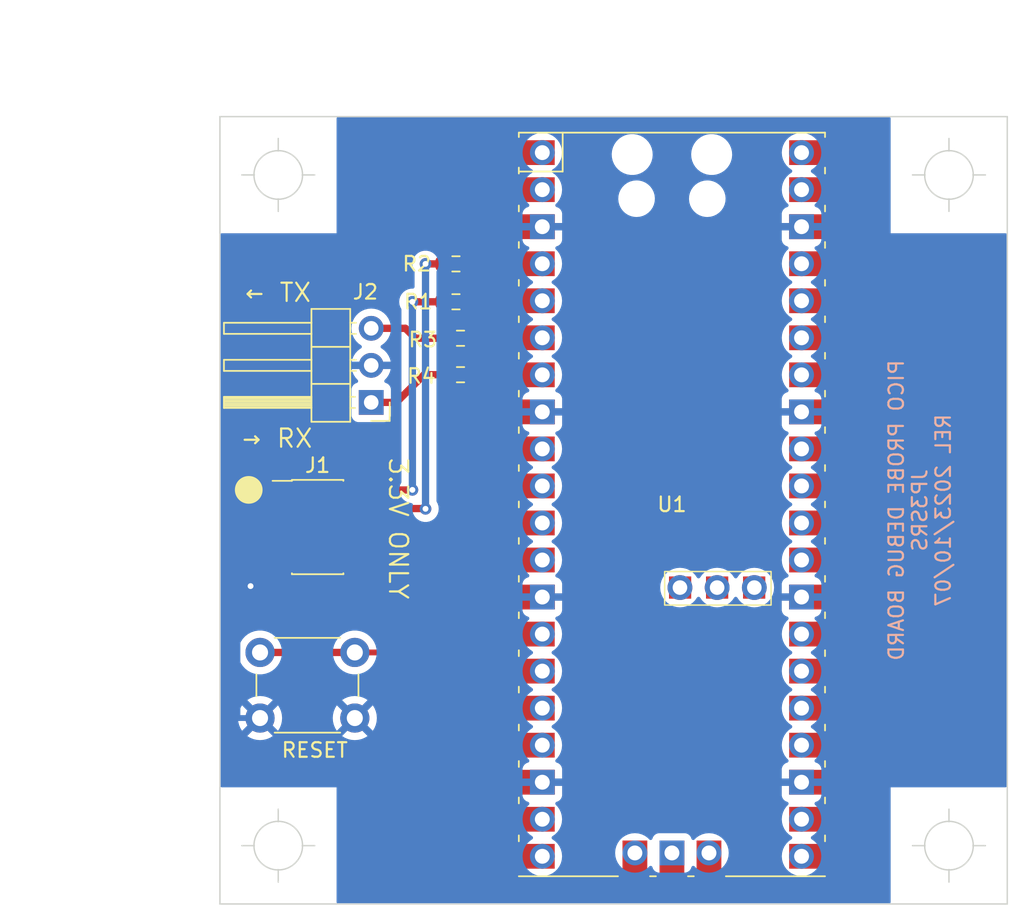
<source format=kicad_pcb>
(kicad_pcb (version 20221018) (generator pcbnew)
  (layers (0 "F.Cu" signal) (31 "B.Cu" signal) (34 "B.Paste" user) (35 "F.Paste" user) (36 "B.SilkS" user "B.Silkscreen") (37 "F.SilkS" user "F.Silkscreen") (38 "B.Mask" user) (39 "F.Mask" user) (44 "Edge.Cuts" user))
  (net 0 "")
  (net 1 "GND")
  (net 3 "/SWDIO")
  (net 4 "/SWCLK")
  (net 8 "/nRST")
  (net 9 "/TX")
  (net 10 "/RX")
  (net 11 "Net-(U1-GPIO3)")
  (net 12 "Net-(U1-GPIO2)")
  (net 13 "Net-(U1-GPIO4)")
  (net 14 "Net-(U1-GPIO5)")
  (footprint "MountingHole:MountingHole_3.2mm_M3" (layer "F.Cu") (at 73 59)
    (fp_text reference "H2" hide)
    (fp_text value "MountingHole")
    (pad "" np_thru_hole circle (at 0 0) (size 3.2 3.2) (drill 3.2) (layers "*.Cu" "*.Mask"))
  )
  (footprint "Connector_PinHeader_2.54mm:PinHeader_1x03_P2.54mm_Horizontal" (layer "F.Cu") (at 79.375 74.6 180)
    (fp_text reference "J2" (at 0.4 7.575) (layer "F.SilkS"))
    (fp_text value "Conn_01x03_Pin")
    (fp_line (start -1.27 -1.27) (end 0 -1.27) (stroke (width 0.12)) (layer "F.SilkS"))
    (fp_line (start -1.27 0) (end -1.27 -1.27) (stroke (width 0.12)) (layer "F.SilkS"))
    (fp_line (start 1.042929 2.16) (end 1.44 2.16) (stroke (width 0.12)) (layer "F.SilkS"))
    (fp_line (start 1.042929 2.92) (end 1.44 2.92) (stroke (width 0.12)) (layer "F.SilkS"))
    (fp_line (start 1.042929 4.7) (end 1.44 4.7) (stroke (width 0.12)) (layer "F.SilkS"))
    (fp_line (start 1.042929 5.46) (end 1.44 5.46) (stroke (width 0.12)) (layer "F.SilkS"))
    (fp_line (start 1.11 -0.38) (end 1.44 -0.38) (stroke (width 0.12)) (layer "F.SilkS"))
    (fp_line (start 1.11 0.38) (end 1.44 0.38) (stroke (width 0.12)) (layer "F.SilkS"))
    (fp_line (start 1.44 -1.33) (end 1.44 6.41) (stroke (width 0.12)) (layer "F.SilkS"))
    (fp_line (start 1.44 1.27) (end 4.1 1.27) (stroke (width 0.12)) (layer "F.SilkS"))
    (fp_line (start 1.44 3.81) (end 4.1 3.81) (stroke (width 0.12)) (layer "F.SilkS"))
    (fp_line (start 1.44 6.41) (end 4.1 6.41) (stroke (width 0.12)) (layer "F.SilkS"))
    (fp_line (start 4.1 -1.33) (end 1.44 -1.33) (stroke (width 0.12)) (layer "F.SilkS"))
    (fp_line (start 4.1 -0.38) (end 10.1 -0.38) (stroke (width 0.12)) (layer "F.SilkS"))
    (fp_line (start 4.1 -0.32) (end 10.1 -0.32) (stroke (width 0.12)) (layer "F.SilkS"))
    (fp_line (start 4.1 -0.2) (end 10.1 -0.2) (stroke (width 0.12)) (layer "F.SilkS"))
    (fp_line (start 4.1 -0.08) (end 10.1 -0.08) (stroke (width 0.12)) (layer "F.SilkS"))
    (fp_line (start 4.1 0.04) (end 10.1 0.04) (stroke (width 0.12)) (layer "F.SilkS"))
    (fp_line (start 4.1 0.16) (end 10.1 0.16) (stroke (width 0.12)) (layer "F.SilkS"))
    (fp_line (start 4.1 0.28) (end 10.1 0.28) (stroke (width 0.12)) (layer "F.SilkS"))
    (fp_line (start 4.1 2.16) (end 10.1 2.16) (stroke (width 0.12)) (layer "F.SilkS"))
    (fp_line (start 4.1 4.7) (end 10.1 4.7) (stroke (width 0.12)) (layer "F.SilkS"))
    (fp_line (start 4.1 6.41) (end 4.1 -1.33) (stroke (width 0.12)) (layer "F.SilkS"))
    (fp_line (start 10.1 -0.38) (end 10.1 0.38) (stroke (width 0.12)) (layer "F.SilkS"))
    (fp_line (start 10.1 0.38) (end 4.1 0.38) (stroke (width 0.12)) (layer "F.SilkS"))
    (fp_line (start 10.1 2.16) (end 10.1 2.92) (stroke (width 0.12)) (layer "F.SilkS"))
    (fp_line (start 10.1 2.92) (end 4.1 2.92) (stroke (width 0.12)) (layer "F.SilkS"))
    (fp_line (start 10.1 4.7) (end 10.1 5.46) (stroke (width 0.12)) (layer "F.SilkS"))
    (fp_line (start 10.1 5.46) (end 4.1 5.46) (stroke (width 0.12)) (layer "F.SilkS"))
    (pad "1" thru_hole rect (at 0 0 180) (size 1.7 1.7) (drill 1) (layers "*.Cu" "*.Mask") (net 10 "/RX"))
    (pad "2" thru_hole oval (at 0 2.54 180) (size 1.7 1.7) (drill 1) (layers "*.Cu" "*.Mask") (net 1 "GND"))
    (pad "3" thru_hole oval (at 0 5.08 180) (size 1.7 1.7) (drill 1) (layers "*.Cu" "*.Mask") (net 9 "/TX"))
  )
  (footprint "Resistor_SMD:R_0603_1608Metric_Pad0.98x0.95mm_HandSolder" (layer "F.Cu") (at 85.5 72.7)
    (fp_text reference "R4" (at -2.6875 0.1) (layer "F.SilkS"))
    (fp_text value "10")
    (fp_line (start -0.254724 -0.5225) (end 0.254724 -0.5225) (stroke (width 0.12)) (layer "F.SilkS"))
    (fp_line (start -0.254724 0.5225) (end 0.254724 0.5225) (stroke (width 0.12)) (layer "F.SilkS"))
    (pad "1" smd roundrect (at -0.9125 0) (size 0.975 0.95) (layers "F.Cu" "F.Paste" "F.Mask") (net 10 "/RX"))
    (pad "2" smd roundrect (at 0.9125 0) (size 0.975 0.95) (layers "F.Cu" "F.Paste" "F.Mask") (net 14 "Net-(U1-GPIO5)"))
  )
  (footprint "Resistor_SMD:R_0603_1608Metric_Pad0.98x0.95mm_HandSolder" (layer "F.Cu") (at 85.5 70.2)
    (fp_text reference "R3" (at -2.5875 0.1) (layer "F.SilkS"))
    (fp_text value "10")
    (fp_line (start -0.254724 -0.5225) (end 0.254724 -0.5225) (stroke (width 0.12)) (layer "F.SilkS"))
    (fp_line (start -0.254724 0.5225) (end 0.254724 0.5225) (stroke (width 0.12)) (layer "F.SilkS"))
    (pad "1" smd roundrect (at -0.9125 0) (size 0.975 0.95) (layers "F.Cu" "F.Paste" "F.Mask") (net 9 "/TX"))
    (pad "2" smd roundrect (at 0.9125 0) (size 0.975 0.95) (layers "F.Cu" "F.Paste" "F.Mask") (net 13 "Net-(U1-GPIO4)"))
  )
  (footprint "Connector_PinHeader_1.27mm:PinHeader_2x05_P1.27mm_Vertical_SMD" (layer "F.Cu") (at 75.7 83.15)
    (fp_text reference "J1" (at 0 -4.235) (layer "F.SilkS"))
    (fp_text value "9-pin Cortex-M")
    (fp_line (start -3.09 -3.17) (end -1.765 -3.17) (stroke (width 0.12)) (layer "F.SilkS"))
    (fp_line (start -1.765 -3.235) (end -1.765 -3.17) (stroke (width 0.12)) (layer "F.SilkS"))
    (fp_line (start -1.765 -3.235) (end 1.765 -3.235) (stroke (width 0.12)) (layer "F.SilkS"))
    (fp_line (start -1.765 3.17) (end -1.765 3.235) (stroke (width 0.12)) (layer "F.SilkS"))
    (fp_line (start -1.765 3.235) (end 1.765 3.235) (stroke (width 0.12)) (layer "F.SilkS"))
    (fp_line (start 1.765 -3.235) (end 1.765 -3.17) (stroke (width 0.12)) (layer "F.SilkS"))
    (fp_line (start 1.765 3.17) (end 1.765 3.235) (stroke (width 0.12)) (layer "F.SilkS"))
    (pad "1" smd rect (at -1.95 -2.54) (size 2.4 0.74) (layers "F.Cu" "F.Paste" "F.Mask"))
    (pad "2" smd rect (at 1.95 -2.54) (size 2.4 0.74) (layers "F.Cu" "F.Paste" "F.Mask") (net 3 "/SWDIO"))
    (pad "3" smd rect (at -1.95 -1.27) (size 2.4 0.74) (layers "F.Cu" "F.Paste" "F.Mask") (net 1 "GND"))
    (pad "4" smd rect (at 1.95 -1.27) (size 2.4 0.74) (layers "F.Cu" "F.Paste" "F.Mask") (net 4 "/SWCLK"))
    (pad "5" smd rect (at -1.95 0) (size 2.4 0.74) (layers "F.Cu" "F.Paste" "F.Mask") (net 1 "GND"))
    (pad "6" smd rect (at 1.95 0) (size 2.4 0.74) (layers "F.Cu" "F.Paste" "F.Mask"))
    (pad "7" smd rect (at -1.95 1.27) (size 2.4 0.74) (layers "F.Cu" "F.Paste" "F.Mask"))
    (pad "8" smd rect (at 1.95 1.27) (size 2.4 0.74) (layers "F.Cu" "F.Paste" "F.Mask"))
    (pad "9" smd rect (at -1.95 2.54) (size 2.4 0.74) (layers "F.Cu" "F.Paste" "F.Mask") (net 1 "GND"))
    (pad "10" smd rect (at 1.95 2.54) (size 2.4 0.74) (layers "F.Cu" "F.Paste" "F.Mask") (net 8 "/nRST"))
  )
  (footprint "_LocalLibraries:RPi_Pico_SMD_TH" (layer "F.Cu") (at 100 81.6)
    (fp_text reference "U1" (at 0 0) (layer "F.SilkS"))
    (fp_text value "Pico")
    (fp_line (start -10.5 -25.5) (end -10.5 -25.2) (stroke (width 0.12)) (layer "F.SilkS"))
    (fp_line (start -10.5 -25.5) (end 10.5 -25.5) (stroke (width 0.12)) (layer "F.SilkS"))
    (fp_line (start -10.5 -23.1) (end -10.5 -22.7) (stroke (width 0.12)) (layer "F.SilkS"))
    (fp_line (start -10.5 -22.833) (end -7.493 -22.833) (stroke (width 0.12)) (layer "F.SilkS"))
    (fp_line (start -10.5 -20.5) (end -10.5 -20.1) (stroke (width 0.12)) (layer "F.SilkS"))
    (fp_line (start -10.5 -18) (end -10.5 -17.6) (stroke (width 0.12)) (layer "F.SilkS"))
    (fp_line (start -10.5 -15.4) (end -10.5 -15) (stroke (width 0.12)) (layer "F.SilkS"))
    (fp_line (start -10.5 -12.9) (end -10.5 -12.5) (stroke (width 0.12)) (layer "F.SilkS"))
    (fp_line (start -10.5 -10.4) (end -10.5 -10) (stroke (width 0.12)) (layer "F.SilkS"))
    (fp_line (start -10.5 -7.8) (end -10.5 -7.4) (stroke (width 0.12)) (layer "F.SilkS"))
    (fp_line (start -10.5 -5.3) (end -10.5 -4.9) (stroke (width 0.12)) (layer "F.SilkS"))
    (fp_line (start -10.5 -2.7) (end -10.5 -2.3) (stroke (width 0.12)) (layer "F.SilkS"))
    (fp_line (start -10.5 -0.2) (end -10.5 0.2) (stroke (width 0.12)) (layer "F.SilkS"))
    (fp_line (start -10.5 2.3) (end -10.5 2.7) (stroke (width 0.12)) (layer "F.SilkS"))
    (fp_line (start -10.5 4.9) (end -10.5 5.3) (stroke (width 0.12)) (layer "F.SilkS"))
    (fp_line (start -10.5 7.4) (end -10.5 7.8) (stroke (width 0.12)) (layer "F.SilkS"))
    (fp_line (start -10.5 10) (end -10.5 10.4) (stroke (width 0.12)) (layer "F.SilkS"))
    (fp_line (start -10.5 12.5) (end -10.5 12.9) (stroke (width 0.12)) (layer "F.SilkS"))
    (fp_line (start -10.5 15.1) (end -10.5 15.5) (stroke (width 0.12)) (layer "F.SilkS"))
    (fp_line (start -10.5 17.6) (end -10.5 18) (stroke (width 0.12)) (layer "F.SilkS"))
    (fp_line (start -10.5 20.1) (end -10.5 20.5) (stroke (width 0.12)) (layer "F.SilkS"))
    (fp_line (start -10.5 22.7) (end -10.5 23.1) (stroke (width 0.12)) (layer "F.SilkS"))
    (fp_line (start -7.493 -22.833) (end -7.493 -25.5) (stroke (width 0.12)) (layer "F.SilkS"))
    (fp_line (start -3.7 25.5) (end -10.5 25.5) (stroke (width 0.12)) (layer "F.SilkS"))
    (fp_line (start -1.5 25.5) (end -1.1 25.5) (stroke (width 0.12)) (layer "F.SilkS"))
    (fp_line (start 1.1 25.5) (end 1.5 25.5) (stroke (width 0.12)) (layer "F.SilkS"))
    (fp_line (start 10.5 -25.5) (end 10.5 -25.2) (stroke (width 0.12)) (layer "F.SilkS"))
    (fp_line (start 10.5 -23.1) (end 10.5 -22.7) (stroke (width 0.12)) (layer "F.SilkS"))
    (fp_line (start 10.5 -20.5) (end 10.5 -20.1) (stroke (width 0.12)) (layer "F.SilkS"))
    (fp_line (start 10.5 -18) (end 10.5 -17.6) (stroke (width 0.12)) (layer "F.SilkS"))
    (fp_line (start 10.5 -15.4) (end 10.5 -15) (stroke (width 0.12)) (layer "F.SilkS"))
    (fp_line (start 10.5 -12.9) (end 10.5 -12.5) (stroke (width 0.12)) (layer "F.SilkS"))
    (fp_line (start 10.5 -10.4) (end 10.5 -10) (stroke (width 0.12)) (layer "F.SilkS"))
    (fp_line (start 10.5 -7.8) (end 10.5 -7.4) (stroke (width 0.12)) (layer "F.SilkS"))
    (fp_line (start 10.5 -5.3) (end 10.5 -4.9) (stroke (width 0.12)) (layer "F.SilkS"))
    (fp_line (start 10.5 -2.7) (end 10.5 -2.3) (stroke (width 0.12)) (layer "F.SilkS"))
    (fp_line (start 10.5 -0.2) (end 10.5 0.2) (stroke (width 0.12)) (layer "F.SilkS"))
    (fp_line (start 10.5 2.3) (end 10.5 2.7) (stroke (width 0.12)) (layer "F.SilkS"))
    (fp_line (start 10.5 4.9) (end 10.5 5.3) (stroke (width 0.12)) (layer "F.SilkS"))
    (fp_line (start 10.5 7.4) (end 10.5 7.8) (stroke (width 0.12)) (layer "F.SilkS"))
    (fp_line (start 10.5 10) (end 10.5 10.4) (stroke (width 0.12)) (layer "F.SilkS"))
    (fp_line (start 10.5 12.5) (end 10.5 12.9) (stroke (width 0.12)) (layer "F.SilkS"))
    (fp_line (start 10.5 15.1) (end 10.5 15.5) (stroke (width 0.12)) (layer "F.SilkS"))
    (fp_line (start 10.5 17.6) (end 10.5 18) (stroke (width 0.12)) (layer "F.SilkS"))
    (fp_line (start 10.5 20.1) (end 10.5 20.5) (stroke (width 0.12)) (layer "F.SilkS"))
    (fp_line (start 10.5 22.7) (end 10.5 23.1) (stroke (width 0.12)) (layer "F.SilkS"))
    (fp_line (start 10.5 25.5) (end 3.7 25.5) (stroke (width 0.12)) (layer "F.SilkS"))
    (fp_rect (start -0.5 4.6) (end 6.8 6.9) (stroke (width 0.1)) (fill none) (layer "F.SilkS"))
    (pad "" np_thru_hole oval (at -2.725 -24) (size 1.8 1.8) (drill 1.8) (layers "*.Cu" "*.Mask"))
    (pad "" np_thru_hole oval (at -2.425 -20.97) (size 1.5 1.5) (drill 1.5) (layers "*.Cu" "*.Mask"))
    (pad "" np_thru_hole oval (at 2.425 -20.97) (size 1.5 1.5) (drill 1.5) (layers "*.Cu" "*.Mask"))
    (pad "" np_thru_hole oval (at 2.725 -24) (size 1.8 1.8) (drill 1.8) (layers "*.Cu" "*.Mask"))
    (pad "1" thru_hole oval (at -8.89 -24.13) (size 1.7 1.7) (drill 1.02) (layers "*.Cu" "*.Mask"))
    (pad "1" smd rect (at -8.89 -24.13) (size 3.5 1.7) (drill (offset -0.9 0)) (layers "F.Cu" "F.Mask"))
    (pad "2" thru_hole oval (at -8.89 -21.59) (size 1.7 1.7) (drill 1.02) (layers "*.Cu" "*.Mask"))
    (pad "2" smd rect (at -8.89 -21.59) (size 3.5 1.7) (drill (offset -0.9 0)) (layers "F.Cu" "F.Mask"))
    (pad "3" thru_hole rect (at -8.89 -19.05) (size 1.7 1.7) (drill 1.02) (layers "*.Cu" "*.Mask") (net 1 "GND"))
    (pad "3" smd rect (at -8.89 -19.05) (size 3.5 1.7) (drill (offset -0.9 0)) (layers "F.Cu" "F.Mask") (net 1 "GND"))
    (pad "4" thru_hole oval (at -8.89 -16.51) (size 1.7 1.7) (drill 1.02) (layers "*.Cu" "*.Mask") (net 12 "Net-(U1-GPIO2)"))
    (pad "4" smd rect (at -8.89 -16.51) (size 3.5 1.7) (drill (offset -0.9 0)) (layers "F.Cu" "F.Mask") (net 12 "Net-(U1-GPIO2)"))
    (pad "5" thru_hole oval (at -8.89 -13.97) (size 1.7 1.7) (drill 1.02) (layers "*.Cu" "*.Mask") (net 11 "Net-(U1-GPIO3)"))
    (pad "5" smd rect (at -8.89 -13.97) (size 3.5 1.7) (drill (offset -0.9 0)) (layers "F.Cu" "F.Mask") (net 11 "Net-(U1-GPIO3)"))
    (pad "6" thru_hole oval (at -8.89 -11.43) (size 1.7 1.7) (drill 1.02) (layers "*.Cu" "*.Mask") (net 13 "Net-(U1-GPIO4)"))
    (pad "6" smd rect (at -8.89 -11.43) (size 3.5 1.7) (drill (offset -0.9 0)) (layers "F.Cu" "F.Mask") (net 13 "Net-(U1-GPIO4)"))
    (pad "7" thru_hole oval (at -8.89 -8.89) (size 1.7 1.7) (drill 1.02) (layers "*.Cu" "*.Mask") (net 14 "Net-(U1-GPIO5)"))
    (pad "7" smd rect (at -8.89 -8.89) (size 3.5 1.7) (drill (offset -0.9 0)) (layers "F.Cu" "F.Mask") (net 14 "Net-(U1-GPIO5)"))
    (pad "8" thru_hole rect (at -8.89 -6.35) (size 1.7 1.7) (drill 1.02) (layers "*.Cu" "*.Mask") (net 1 "GND"))
    (pad "8" smd rect (at -8.89 -6.35) (size 3.5 1.7) (drill (offset -0.9 0)) (layers "F.Cu" "F.Mask") (net 1 "GND"))
    (pad "9" thru_hole oval (at -8.89 -3.81) (size 1.7 1.7) (drill 1.02) (layers "*.Cu" "*.Mask"))
    (pad "9" smd rect (at -8.89 -3.81) (size 3.5 1.7) (drill (offset -0.9 0)) (layers "F.Cu" "F.Mask"))
    (pad "10" thru_hole oval (at -8.89 -1.27) (size 1.7 1.7) (drill 1.02) (layers "*.Cu" "*.Mask"))
    (pad "10" smd rect (at -8.89 -1.27) (size 3.5 1.7) (drill (offset -0.9 0)) (layers "F.Cu" "F.Mask"))
    (pad "11" thru_hole oval (at -8.89 1.27) (size 1.7 1.7) (drill 1.02) (layers "*.Cu" "*.Mask"))
    (pad "11" smd rect (at -8.89 1.27) (size 3.5 1.7) (drill (offset -0.9 0)) (layers "F.Cu" "F.Mask"))
    (pad "12" thru_hole oval (at -8.89 3.81) (size 1.7 1.7) (drill 1.02) (layers "*.Cu" "*.Mask"))
    (pad "12" smd rect (at -8.89 3.81) (size 3.5 1.7) (drill (offset -0.9 0)) (layers "F.Cu" "F.Mask"))
    (pad "13" thru_hole rect (at -8.89 6.35) (size 1.7 1.7) (drill 1.02) (layers "*.Cu" "*.Mask") (net 1 "GND"))
    (pad "13" smd rect (at -8.89 6.35) (size 3.5 1.7) (drill (offset -0.9 0)) (layers "F.Cu" "F.Mask") (net 1 "GND"))
    (pad "14" thru_hole oval (at -8.89 8.89) (size 1.7 1.7) (drill 1.02) (layers "*.Cu" "*.Mask"))
    (pad "14" smd rect (at -8.89 8.89) (size 3.5 1.7) (drill (offset -0.9 0)) (layers "F.Cu" "F.Mask"))
    (pad "15" thru_hole oval (at -8.89 11.43) (size 1.7 1.7) (drill 1.02) (layers "*.Cu" "*.Mask"))
    (pad "15" smd rect (at -8.89 11.43) (size 3.5 1.7) (drill (offset -0.9 0)) (layers "F.Cu" "F.Mask"))
    (pad "16" thru_hole oval (at -8.89 13.97) (size 1.7 1.7) (drill 1.02) (layers "*.Cu" "*.Mask"))
    (pad "16" smd rect (at -8.89 13.97) (size 3.5 1.7) (drill (offset -0.9 0)) (layers "F.Cu" "F.Mask"))
    (pad "17" thru_hole oval (at -8.89 16.51) (size 1.7 1.7) (drill 1.02) (layers "*.Cu" "*.Mask"))
    (pad "17" smd rect (at -8.89 16.51) (size 3.5 1.7) (drill (offset -0.9 0)) (layers "F.Cu" "F.Mask"))
    (pad "18" thru_hole rect (at -8.89 19.05) (size 1.7 1.7) (drill 1.02) (layers "*.Cu" "*.Mask") (net 1 "GND"))
    (pad "18" smd rect (at -8.89 19.05) (size 3.5 1.7) (drill (offset -0.9 0)) (layers "F.Cu" "F.Mask") (net 1 "GND"))
    (pad "19" thru_hole oval (at -8.89 21.59) (size 1.7 1.7) (drill 1.02) (layers "*.Cu" "*.Mask"))
    (pad "19" smd rect (at -8.89 21.59) (size 3.5 1.7) (drill (offset -0.9 0)) (layers "F.Cu" "F.Mask"))
    (pad "20" thru_hole oval (at -8.89 24.13) (size 1.7 1.7) (drill 1.02) (layers "*.Cu" "*.Mask"))
    (pad "20" smd rect (at -8.89 24.13) (size 3.5 1.7) (drill (offset -0.9 0)) (layers "F.Cu" "F.Mask"))
    (pad "21" thru_hole oval (at 8.89 24.13) (size 1.7 1.7) (drill 1.02) (layers "*.Cu" "*.Mask"))
    (pad "21" smd rect (at 8.89 24.13) (size 3.5 1.7) (drill (offset 0.9 0)) (layers "F.Cu" "F.Mask"))
    (pad "22" thru_hole oval (at 8.89 21.59) (size 1.7 1.7) (drill 1.02) (layers "*.Cu" "*.Mask"))
    (pad "22" smd rect (at 8.89 21.59) (size 3.5 1.7) (drill (offset 0.9 0)) (layers "F.Cu" "F.Mask"))
    (pad "23" thru_hole rect (at 8.89 19.05) (size 1.7 1.7) (drill 1.02) (layers "*.Cu" "*.Mask") (net 1 "GND"))
    (pad "23" smd rect (at 8.89 19.05) (size 3.5 1.7) (drill (offset 0.9 0)) (layers "F.Cu" "F.Mask") (net 1 "GND"))
    (pad "24" thru_hole oval (at 8.89 16.51) (size 1.7 1.7) (drill 1.02) (layers "*.Cu" "*.Mask"))
    (pad "24" smd rect (at 8.89 16.51) (size 3.5 1.7) (drill (offset 0.9 0)) (layers "F.Cu" "F.Mask"))
    (pad "25" thru_hole oval (at 8.89 13.97) (size 1.7 1.7) (drill 1.02) (layers "*.Cu" "*.Mask"))
    (pad "25" smd rect (at 8.89 13.97) (size 3.5 1.7) (drill (offset 0.9 0)) (layers "F.Cu" "F.Mask"))
    (pad "26" thru_hole oval (at 8.89 11.43) (size 1.7 1.7) (drill 1.02) (layers "*.Cu" "*.Mask"))
    (pad "26" smd rect (at 8.89 11.43) (size 3.5 1.7) (drill (offset 0.9 0)) (layers "F.Cu" "F.Mask"))
    (pad "27" thru_hole oval (at 8.89 8.89) (size 1.7 1.7) (drill 1.02) (layers "*.Cu" "*.Mask"))
    (pad "27" smd rect (at 8.89 8.89) (size 3.5 1.7) (drill (offset 0.9 0)) (layers "F.Cu" "F.Mask"))
    (pad "28" thru_hole rect (at 8.89 6.35) (size 1.7 1.7) (drill 1.02) (layers "*.Cu" "*.Mask") (net 1 "GND"))
    (pad "28" smd rect (at 8.89 6.35) (size 3.5 1.7) (drill (offset 0.9 0)) (layers "F.Cu" "F.Mask") (net 1 "GND"))
    (pad "29" thru_hole oval (at 8.89 3.81) (size 1.7 1.7) (drill 1.02) (layers "*.Cu" "*.Mask"))
    (pad "29" smd rect (at 8.89 3.81) (size 3.5 1.7) (drill (offset 0.9 0)) (layers "F.Cu" "F.Mask"))
    (pad "30" thru_hole oval (at 8.89 1.27) (size 1.7 1.7) (drill 1.02) (layers "*.Cu" "*.Mask"))
    (pad "30" smd rect (at 8.89 1.27) (size 3.5 1.7) (drill (offset 0.9 0)) (layers "F.Cu" "F.Mask"))
    (pad "31" thru_hole oval (at 8.89 -1.27) (size 1.7 1.7) (drill 1.02) (layers "*.Cu" "*.Mask"))
    (pad "31" smd rect (at 8.89 -1.27) (size 3.5 1.7) (drill (offset 0.9 0)) (layers "F.Cu" "F.Mask"))
    (pad "32" thru_hole oval (at 8.89 -3.81) (size 1.7 1.7) (drill 1.02) (layers "*.Cu" "*.Mask"))
    (pad "32" smd rect (at 8.89 -3.81) (size 3.5 1.7) (drill (offset 0.9 0)) (layers "F.Cu" "F.Mask"))
    (pad "33" thru_hole rect (at 8.89 -6.35) (size 1.7 1.7) (drill 1.02) (layers "*.Cu" "*.Mask") (net 1 "GND"))
    (pad "33" smd rect (at 8.89 -6.35) (size 3.5 1.7) (drill (offset 0.9 0)) (layers "F.Cu" "F.Mask") (net 1 "GND"))
    (pad "34" thru_hole oval (at 8.89 -8.89) (size 1.7 1.7) (drill 1.02) (layers "*.Cu" "*.Mask"))
    (pad "34" smd rect (at 8.89 -8.89) (size 3.5 1.7) (drill (offset 0.9 0)) (layers "F.Cu" "F.Mask"))
    (pad "35" thru_hole oval (at 8.89 -11.43) (size 1.7 1.7) (drill 1.02) (layers "*.Cu" "*.Mask"))
    (pad "35" smd rect (at 8.89 -11.43) (size 3.5 1.7) (drill (offset 0.9 0)) (layers "F.Cu" "F.Mask"))
    (pad "36" thru_hole oval (at 8.89 -13.97) (size 1.7 1.7) (drill 1.02) (layers "*.Cu" "*.Mask"))
    (pad "36" smd rect (at 8.89 -13.97) (size 3.5 1.7) (drill (offset 0.9 0)) (layers "F.Cu" "F.Mask"))
    (pad "37" thru_hole oval (at 8.89 -16.51) (size 1.7 1.7) (drill 1.02) (layers "*.Cu" "*.Mask"))
    (pad "37" smd rect (at 8.89 -16.51) (size 3.5 1.7) (drill (offset 0.9 0)) (layers "F.Cu" "F.Mask"))
    (pad "38" thru_hole rect (at 8.89 -19.05) (size 1.7 1.7) (drill 1.02) (layers "*.Cu" "*.Mask") (net 1 "GND"))
    (pad "38" smd rect (at 8.89 -19.05) (size 3.5 1.7) (drill (offset 0.9 0)) (layers "F.Cu" "F.Mask") (net 1 "GND"))
    (pad "39" thru_hole oval (at 8.89 -21.59) (size 1.7 1.7) (drill 1.02) (layers "*.Cu" "*.Mask"))
    (pad "39" smd rect (at 8.89 -21.59) (size 3.5 1.7) (drill (offset 0.9 0)) (layers "F.Cu" "F.Mask"))
    (pad "40" thru_hole oval (at 8.89 -24.13) (size 1.7 1.7) (drill 1.02) (layers "*.Cu" "*.Mask"))
    (pad "40" smd rect (at 8.89 -24.13) (size 3.5 1.7) (drill (offset 0.9 0)) (layers "F.Cu" "F.Mask"))
    (pad "41" thru_hole oval (at -2.54 23.9) (size 1.7 1.7) (drill 1.02) (layers "*.Cu" "*.Mask"))
    (pad "41" smd rect (at -2.54 23.9 90) (size 3.5 1.7) (drill (offset -0.9 0)) (layers "F.Cu" "F.Mask"))
    (pad "41" thru_hole circle (at 0.55 5.7) (size 1.7 1.7) (drill 1) (layers "*.Cu" "*.Mask"))
    (pad "41" smd rect (at 0.56 5.7) (size 1.524 1.524) (layers "F.Cu" "F.Paste" "F.Mask"))
    (pad "42" thru_hole rect (at 0 23.9) (size 1.7 1.7) (drill 1.02) (layers "*.Cu" "*.Mask"))
    (pad "42" smd rect (at 0 23.9 90) (size 3.5 1.7) (drill (offset -0.9 0)) (layers "F.Cu" "F.Mask"))
    (pad "42" smd trapezoid (at 3.1 5.7) (size 1.524 1.524) (layers "F.Cu" "F.Paste" "F.Mask"))
    (pad "42" thru_hole circle (at 3.1 5.7) (size 1.7 1.7) (drill 1) (layers "*.Cu" "*.Mask"))
    (pad "43" thru_hole oval (at 2.54 23.9) (size 1.7 1.7) (drill 1.02) (layers "*.Cu" "*.Mask"))
    (pad "43" smd rect (at 2.54 23.9 90) (size 3.5 1.7) (drill (offset -0.9 0)) (layers "F.Cu" "F.Mask"))
    (pad "43" smd rect (at 5.64 5.7) (size 1.524 1.524) (layers "F.Cu" "F.Paste" "F.Mask"))
    (pad "43" thru_hole circle (at 5.65 5.7) (size 1.7 1.7) (drill 1) (layers "*.Cu" "*.Mask"))
  )
  (footprint "Resistor_SMD:R_0603_1608Metric_Pad0.98x0.95mm_HandSolder" (layer "F.Cu") (at 85.1875 67.7)
    (fp_text reference "R1" (at -2.5875 0) (layer "F.SilkS"))
    (fp_text value "10")
    (fp_line (start -0.254724 -0.5225) (end 0.254724 -0.5225) (stroke (width 0.12)) (layer "F.SilkS"))
    (fp_line (start -0.254724 0.5225) (end 0.254724 0.5225) (stroke (width 0.12)) (layer "F.SilkS"))
    (pad "1" smd roundrect (at -0.9125 0) (size 0.975 0.95) (layers "F.Cu" "F.Paste" "F.Mask") (net 3 "/SWDIO"))
    (pad "2" smd roundrect (at 0.9125 0) (size 0.975 0.95) (layers "F.Cu" "F.Paste" "F.Mask") (net 11 "Net-(U1-GPIO3)"))
  )
  (footprint "Button_Switch_THT:SW_PUSH_6mm" (layer "F.Cu") (at 71.75 91.75)
    (fp_text reference "SW1" hide)
    (fp_text value "RESET" (at 3.75 6.7) (layer "F.SilkS"))
    (fp_line (start -0.25 1.5) (end -0.25 3) (stroke (width 0.12)) (layer "F.SilkS"))
    (fp_line (start 1 5.5) (end 5.5 5.5) (stroke (width 0.12)) (layer "F.SilkS"))
    (fp_line (start 5.5 -1) (end 1 -1) (stroke (width 0.12)) (layer "F.SilkS"))
    (fp_line (start 6.75 3) (end 6.75 1.5) (stroke (width 0.12)) (layer "F.SilkS"))
    (pad "1" thru_hole circle (at 0 0 90) (size 2 2) (drill 1.1) (layers "*.Cu" "*.Mask") (net 8 "/nRST"))
    (pad "1" thru_hole circle (at 6.5 0 90) (size 2 2) (drill 1.1) (layers "*.Cu" "*.Mask") (net 8 "/nRST"))
    (pad "2" thru_hole circle (at 0 4.5 90) (size 2 2) (drill 1.1) (layers "*.Cu" "*.Mask") (net 1 "GND"))
    (pad "2" thru_hole circle (at 6.5 4.5 90) (size 2 2) (drill 1.1) (layers "*.Cu" "*.Mask") (net 1 "GND"))
  )
  (footprint "MountingHole:MountingHole_3.2mm_M3" (layer "F.Cu") (at 119 105)
    (fp_text reference "H4" hide)
    (fp_text value "MountingHole")
    (pad "" np_thru_hole circle (at 0 0) (size 3.2 3.2) (drill 3.2) (layers "*.Cu" "*.Mask"))
  )
  (footprint "Resistor_SMD:R_0603_1608Metric_Pad0.98x0.95mm_HandSolder" (layer "F.Cu") (at 85.1875 65.1)
    (fp_text reference "R2" (at -2.6875 0) (layer "F.SilkS"))
    (fp_text value "10")
    (fp_line (start -0.254724 -0.5225) (end 0.254724 -0.5225) (stroke (width 0.12)) (layer "F.SilkS"))
    (fp_line (start -0.254724 0.5225) (end 0.254724 0.5225) (stroke (width 0.12)) (layer "F.SilkS"))
    (pad "1" smd roundrect (at -0.9125 0) (size 0.975 0.95) (layers "F.Cu" "F.Paste" "F.Mask") (net 4 "/SWCLK"))
    (pad "2" smd roundrect (at 0.9125 0) (size 0.975 0.95) (layers "F.Cu" "F.Paste" "F.Mask") (net 12 "Net-(U1-GPIO2)"))
  )
  (footprint "MountingHole:MountingHole_3.2mm_M3" (layer "F.Cu") (at 119 59)
    (fp_text reference "H1" hide)
    (fp_text value "MountingHole")
    (pad "" np_thru_hole circle (at 0 0) (size 3.2 3.2) (drill 3.2) (layers "*.Cu" "*.Mask"))
  )
  (footprint "MountingHole:MountingHole_3.2mm_M3" (layer "F.Cu") (at 73 105)
    (fp_text reference "H3" hide)
    (fp_text value "MountingHole")
    (pad "" np_thru_hole circle (at 0 0) (size 3.2 3.2) (drill 3.2) (layers "*.Cu" "*.Mask"))
  )
  (gr_circle (center 70.975 80.6) (end 71.85 80.6) (stroke (width 0.15)) (fill solid) (layer "F.SilkS"))
  (gr_line (start 123 55) (end 69 55) (stroke (width 0.1)) (layer "Edge.Cuts"))
  (gr_line (start 69 109) (end 123 109) (stroke (width 0.1)) (layer "Edge.Cuts"))
  (gr_line (start 69 55) (end 69 109) (stroke (width 0.1)) (layer "Edge.Cuts"))
  (gr_line (start 123 109) (end 123 55) (stroke (width 0.1)) (layer "Edge.Cuts"))
  (gr_text "PICO PROBE DEBUG BOARD\nJP3SRS\nREL 2023/10/07\n" (at 117 82 90) (layer "B.SilkS") (effects (font (size 1 1)) (justify mirror)))
  (gr_text "→ RX" (at 70.3 77.8) (layer "F.SilkS") (effects (font (size 1.25 1.25)) (justify left bottom)))
  (gr_text "← TX" (at 70.5 67.8) (layer "F.SilkS") (effects (font (size 1.25 1.25)) (justify left bottom)))
  (gr_text "3.3V ONLY" (at 80.5 78.3 270) (layer "F.SilkS") (effects (font (size 1.25 1.25)) (justify left bottom)))
  (target plus (at 73 105) (size 5) (width 0.1) (layer "Edge.Cuts"))
  (target plus (at 119 59) (size 5) (width 0.1) (layer "Edge.Cuts"))
  (target plus (at 73 59) (size 5) (width 0.1) (layer "Edge.Cuts"))
  (target plus (at 119 105) (size 5) (width 0.1) (layer "Edge.Cuts"))
  (segment (start 73.75 83.15) (end 71.15 83.15) (width 0.4) (layer "F.Cu") (net 1))
  (segment (start 71.1 83.2) (end 71.1 85.7) (width 0.4) (layer "F.Cu") (net 1))
  (segment (start 73.75 81.88) (end 71.12 81.88) (width 0.4) (layer "F.Cu") (net 1))
  (segment (start 71.1 85.7) (end 71.1 87.2) (width 0.4) (layer "F.Cu") (net 1))
  (segment (start 71.1 81.9) (end 71.1 83.2) (width 0.4) (layer "F.Cu") (net 1))
  (segment (start 71.1 85.7) (end 71.11 85.69) (width 0.4) (layer "F.Cu") (net 1))
  (segment (start 71.15 83.15) (end 71.1 83.2) (width 0.4) (layer "F.Cu") (net 1))
  (segment (start 71.11 85.69) (end 73.75 85.69) (width 0.4) (layer "F.Cu") (net 1))
  (segment (start 71.12 81.88) (end 71.1 81.9) (width 0.4) (layer "F.Cu") (net 1))
  (via (at 71.1 87.2) (size 0.8) (drill 0.4) (layers "F.Cu" "B.Cu") (net 1))
  (segment (start 71.1 87.2) (end 70.2 87.2) (width 0.4) (layer "B.Cu") (net 1))
  (segment (start 70.2 96.2) (end 70.25 96.25) (width 0.4) (layer "B.Cu") (net 1))
  (segment (start 70.25 96.25) (end 71.75 96.25) (width 0.4) (layer "B.Cu") (net 1))
  (segment (start 70.2 87.2) (end 70.2 96.2) (width 0.4) (layer "B.Cu") (net 1))
  (segment (start 77.69 80.65) (end 77.65 80.61) (width 0.5) (layer "F.Cu") (net 3))
  (segment (start 77.65 80.61) (end 82.19 80.61) (width 0.5) (layer "F.Cu") (net 3))
  (segment (start 82.2 67.7) (end 84.275 67.7) (width 0.5) (layer "F.Cu") (net 3))
  (segment (start 77.66 80.6) (end 77.65 80.61) (width 0.5) (layer "F.Cu") (net 3))
  (segment (start 82.19 80.61) (end 82.2 80.6) (width 0.5) (layer "F.Cu") (net 3))
  (via (at 82.2 80.6) (size 0.8) (drill 0.4) (layers "F.Cu" "B.Cu") (net 3))
  (via (at 82.2 67.7) (size 0.8) (drill 0.4) (layers "F.Cu" "B.Cu") (net 3))
  (segment (start 82.2 80.6) (end 82.2 67.7) (width 0.5) (layer "B.Cu") (net 3))
  (segment (start 83.08 81.88) (end 77.65 81.88) (width 0.5) (layer "F.Cu") (net 4))
  (segment (start 84.275 65.1) (end 83.1 65.1) (width 0.5) (layer "F.Cu") (net 4))
  (segment (start 83.1 81.9) (end 83.08 81.88) (width 0.5) (layer "F.Cu") (net 4))
  (via (at 83.1 81.9) (size 0.8) (drill 0.4) (layers "F.Cu" "B.Cu") (net 4))
  (via (at 83.1 65.1) (size 0.8) (drill 0.4) (layers "F.Cu" "B.Cu") (net 4))
  (segment (start 83.1 65.1) (end 83.1 81.9) (width 0.5) (layer "B.Cu") (net 4))
  (segment (start 80.8 85.7) (end 80.8 91.7) (width 0.4) (layer "F.Cu") (net 8))
  (segment (start 80.79 85.69) (end 80.8 85.7) (width 0.4) (layer "F.Cu") (net 8))
  (segment (start 77.65 85.69) (end 80.79 85.69) (width 0.4) (layer "F.Cu") (net 8))
  (segment (start 80.75 91.75) (end 78.25 91.75) (width 0.4) (layer "F.Cu") (net 8))
  (segment (start 80.8 91.7) (end 80.75 91.75) (width 0.4) (layer "F.Cu") (net 8))
  (segment (start 71.75 91.75) (end 78.25 91.75) (width 0.5) (layer "F.Cu") (net 8))
  (segment (start 82.4 70.2) (end 81.72 69.52) (width 0.5) (layer "F.Cu") (net 9))
  (segment (start 79.375 69.52) (end 81.72 69.52) (width 0.5) (layer "F.Cu") (net 9))
  (segment (start 84.5875 70.2) (end 82.4 70.2) (width 0.5) (layer "F.Cu") (net 9))
  (segment (start 84.5875 72.7) (end 83 72.7) (width 0.5) (layer "F.Cu") (net 10))
  (segment (start 79.375 74.6) (end 81.1 74.6) (width 0.5) (layer "F.Cu") (net 10))
  (segment (start 83 72.7) (end 81.1 74.6) (width 0.5) (layer "F.Cu") (net 10))
  (segment (start 86.1 67.7) (end 91.04 67.7) (width 0.5) (layer "F.Cu") (net 11))
  (segment (start 91.04 67.7) (end 91.11 67.63) (width 0.5) (layer "F.Cu") (net 11))
  (segment (start 91.1 65.1) (end 91.11 65.09) (width 0.5) (layer "F.Cu") (net 12))
  (segment (start 86.1 65.1) (end 91.1 65.1) (width 0.5) (layer "F.Cu") (net 12))
  (segment (start 86.4125 70.2) (end 91.08 70.2) (width 0.5) (layer "F.Cu") (net 13))
  (segment (start 91.08 70.2) (end 91.11 70.17) (width 0.5) (layer "F.Cu") (net 13))
  (segment (start 91.1 72.7) (end 91.11 72.71) (width 0.5) (layer "F.Cu") (net 14))
  (segment (start 86.4125 72.7) (end 91.1 72.7) (width 0.5) (layer "F.Cu") (net 14))
  (zone (net 1) (net_name "GND") (layer "B.Cu") (connect_pads (clearance 0.5)) (min_thickness 0.254) (fill yes (thermal_gap 0.508) (thermal_bridge_width 0.508))
    (polygon (pts (xy 115 63) (xy 123 63) (xy 123 101) (xy 115 101) (xy 115 109) (xy 77 109) (xy 77 101) (xy 69 101) (xy 69 63) (xy 77 63) (xy 77 55) (xy 115 55)))
  )
)
</source>
